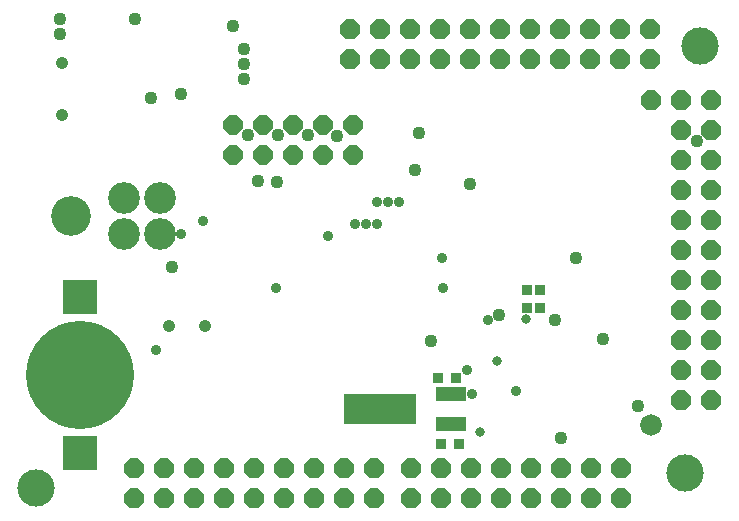
<source format=gbs>
G75*
G70*
%OFA0B0*%
%FSLAX24Y24*%
%IPPOS*%
%LPD*%
%AMOC8*
5,1,8,0,0,1.08239X$1,22.5*
%
%ADD10C,0.1241*%
%ADD11R,0.0375X0.0375*%
%ADD12C,0.0414*%
%ADD13R,0.1155X0.1155*%
%ADD14C,0.3603*%
%ADD15C,0.1060*%
%ADD16C,0.1320*%
%ADD17OC8,0.0651*%
%ADD18OC8,0.0660*%
%ADD19R,0.2422X0.1044*%
%ADD20R,0.1044X0.0454*%
%ADD21C,0.0720*%
%ADD22C,0.0436*%
%ADD23C,0.0330*%
%ADD24C,0.0350*%
D10*
X001599Y001160D03*
X023224Y001660D03*
X023724Y015910D03*
D11*
X018391Y007763D03*
X017965Y007763D03*
X017965Y007163D03*
X018391Y007163D03*
X015588Y004811D03*
X014988Y004811D03*
X015083Y002625D03*
X015683Y002625D03*
D12*
X007219Y006558D03*
X006038Y006558D03*
X002450Y013602D03*
X002450Y015335D03*
D13*
X003074Y007535D03*
X003074Y002335D03*
D14*
X003074Y004935D03*
D15*
X004536Y009633D03*
X005718Y009633D03*
X005718Y010814D03*
X004536Y010814D03*
D16*
X002765Y010223D03*
D17*
X008150Y012256D03*
X009150Y012256D03*
X010150Y012256D03*
X011150Y012256D03*
X012150Y012256D03*
X012150Y013256D03*
X011150Y013256D03*
X010150Y013256D03*
X009150Y013256D03*
X008150Y013256D03*
D18*
X012050Y015444D03*
X013050Y015444D03*
X014050Y015444D03*
X015050Y015444D03*
X016050Y015444D03*
X017050Y015444D03*
X018050Y015444D03*
X019050Y015444D03*
X020050Y015444D03*
X021050Y015444D03*
X022050Y015444D03*
X022050Y016444D03*
X021050Y016444D03*
X020050Y016444D03*
X019050Y016444D03*
X018050Y016444D03*
X017050Y016444D03*
X016050Y016444D03*
X015050Y016444D03*
X014050Y016444D03*
X013050Y016444D03*
X012050Y016444D03*
X022101Y014110D03*
X023100Y014106D03*
X024100Y014106D03*
X024100Y013106D03*
X023100Y013106D03*
X023100Y012106D03*
X024100Y012106D03*
X024100Y011106D03*
X023100Y011106D03*
X023100Y010106D03*
X024100Y010106D03*
X024100Y009106D03*
X023100Y009106D03*
X023100Y008106D03*
X024100Y008106D03*
X024100Y007106D03*
X023100Y007106D03*
X023100Y006106D03*
X024100Y006106D03*
X024100Y005106D03*
X023100Y005106D03*
X023100Y004106D03*
X024100Y004106D03*
X021100Y001831D03*
X020100Y001831D03*
X019100Y001831D03*
X018100Y001831D03*
X017100Y001831D03*
X016100Y001831D03*
X015100Y001831D03*
X014100Y001831D03*
X012850Y001831D03*
X011850Y001831D03*
X010850Y001831D03*
X009850Y001831D03*
X008850Y001831D03*
X007850Y001831D03*
X006850Y001831D03*
X005850Y001831D03*
X004850Y001831D03*
X004850Y000831D03*
X005850Y000831D03*
X006850Y000831D03*
X007850Y000831D03*
X008850Y000831D03*
X009850Y000831D03*
X010850Y000831D03*
X011850Y000831D03*
X012850Y000831D03*
X014100Y000831D03*
X015100Y000831D03*
X016100Y000831D03*
X017100Y000831D03*
X018100Y000831D03*
X019100Y000831D03*
X020100Y000831D03*
X021100Y000831D03*
D19*
X013049Y003810D03*
D20*
X015411Y003310D03*
X015411Y004310D03*
D21*
X022104Y003273D03*
D22*
X021659Y003901D03*
X019100Y002815D03*
X014770Y006069D03*
X017038Y006919D03*
X018900Y006744D03*
X020499Y006115D03*
X019590Y008832D03*
X016050Y011281D03*
X014238Y011756D03*
X014350Y012985D03*
X011638Y012909D03*
X010650Y012922D03*
X009650Y012922D03*
X008650Y012922D03*
X009000Y011406D03*
X009613Y011356D03*
X006415Y014306D03*
X005425Y014156D03*
X002400Y016297D03*
X002400Y016797D03*
X004900Y016797D03*
X008150Y016547D03*
X008525Y015797D03*
X008525Y015297D03*
X008525Y014797D03*
X006109Y008526D03*
X023610Y012724D03*
D23*
X017912Y006799D03*
X016945Y005388D03*
X016379Y003042D03*
D24*
X016125Y004309D03*
X015950Y005094D03*
X017578Y004384D03*
X016663Y006747D03*
X015144Y007842D03*
X015119Y008842D03*
X012963Y009944D03*
X012588Y009944D03*
X012213Y009944D03*
X011337Y009573D03*
X012950Y010681D03*
X013325Y010681D03*
X013700Y010681D03*
X009606Y007843D03*
X007174Y010060D03*
X006424Y009635D03*
X005600Y005756D03*
M02*

</source>
